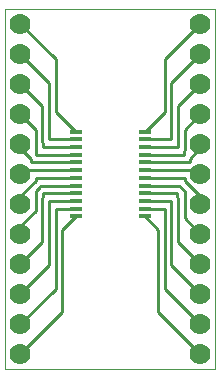
<source format=gtl>
G75*
G70*
%OFA0B0*%
%FSLAX24Y24*%
%IPPOS*%
%LPD*%
%AMOC8*
5,1,8,0,0,1.08239X$1,22.5*
%
%ADD10C,0.0000*%
%ADD11R,0.0390X0.0120*%
%ADD12C,0.0700*%
%ADD13C,0.0100*%
D10*
X000100Y000100D02*
X000100Y012100D01*
X007100Y012100D01*
X007100Y000100D01*
X000100Y000100D01*
D11*
X002451Y005193D03*
X002451Y005448D03*
X002451Y005704D03*
X002451Y005960D03*
X002451Y006216D03*
X002451Y006472D03*
X002451Y006728D03*
X002451Y006984D03*
X002451Y007240D03*
X002451Y007496D03*
X002451Y007752D03*
X002451Y008007D03*
X004749Y008007D03*
X004749Y007752D03*
X004749Y007496D03*
X004749Y007240D03*
X004749Y006984D03*
X004749Y006728D03*
X004749Y006472D03*
X004749Y006216D03*
X004749Y005960D03*
X004749Y005704D03*
X004749Y005448D03*
X004749Y005193D03*
D12*
X006600Y005600D03*
X006600Y004600D03*
X006600Y003600D03*
X006600Y002600D03*
X006600Y001600D03*
X006600Y000600D03*
X006600Y006600D03*
X006600Y007600D03*
X006600Y008600D03*
X006600Y009600D03*
X006600Y010600D03*
X006600Y011600D03*
X000600Y011600D03*
X000600Y010600D03*
X000600Y009600D03*
X000600Y008600D03*
X000600Y007600D03*
X000600Y006600D03*
X000600Y005600D03*
X000600Y004600D03*
X000600Y003600D03*
X000600Y002600D03*
X000600Y001600D03*
X000600Y000600D03*
D13*
X002000Y002000D01*
X002000Y004740D01*
X002450Y005190D01*
X002451Y005193D01*
X002450Y005440D02*
X002451Y005448D01*
X002450Y005440D02*
X001780Y005440D01*
X001780Y002780D01*
X000600Y001600D01*
X000600Y002600D02*
X001560Y003560D01*
X001560Y005700D01*
X002450Y005700D01*
X002451Y005704D01*
X002450Y005960D02*
X002451Y005960D01*
X002450Y005960D02*
X001370Y005960D01*
X001370Y005830D01*
X001340Y005800D01*
X001340Y004340D01*
X000600Y003600D01*
X000600Y004600D02*
X000600Y004850D01*
X001120Y005370D01*
X001120Y006030D01*
X001270Y006180D01*
X001270Y006210D01*
X002450Y006210D01*
X002451Y006216D01*
X002450Y006470D02*
X002451Y006472D01*
X002450Y006470D02*
X001120Y006470D01*
X001120Y006380D01*
X000600Y005860D01*
X000600Y005600D01*
X000600Y006600D02*
X000600Y006720D01*
X002450Y006720D01*
X002451Y006728D01*
X002451Y006984D02*
X002450Y006990D01*
X000950Y006990D01*
X000950Y007110D01*
X000600Y007460D01*
X000600Y007600D01*
X001120Y007560D02*
X001120Y008080D01*
X000600Y008600D01*
X001340Y008860D02*
X000600Y009600D01*
X001560Y009640D02*
X000600Y010600D01*
X000600Y011600D02*
X001780Y010420D01*
X001780Y008680D01*
X002450Y008010D01*
X002451Y008007D01*
X002450Y007760D02*
X002451Y007752D01*
X002450Y007760D02*
X001560Y007760D01*
X001560Y009640D01*
X001340Y008860D02*
X001340Y007660D01*
X001360Y007640D01*
X001360Y007500D01*
X002450Y007500D01*
X002451Y007496D01*
X002450Y007240D02*
X002451Y007240D01*
X002450Y007240D02*
X001140Y007240D01*
X001140Y007540D01*
X001120Y007560D01*
X004749Y007496D02*
X004750Y007500D01*
X005860Y007500D01*
X005860Y008860D01*
X006600Y009600D01*
X005640Y009640D02*
X006600Y010600D01*
X006600Y011600D02*
X005420Y010420D01*
X005420Y008680D01*
X004750Y008010D01*
X004749Y008007D01*
X004750Y007760D02*
X004749Y007752D01*
X004750Y007760D02*
X005640Y007760D01*
X005640Y009640D01*
X006600Y008600D02*
X006080Y008080D01*
X006080Y007400D01*
X006060Y007380D01*
X006060Y007240D01*
X004750Y007240D01*
X004749Y007240D01*
X004750Y006990D02*
X004749Y006984D01*
X004750Y006990D02*
X006250Y006990D01*
X006250Y007110D01*
X006600Y007460D01*
X006600Y007600D01*
X006600Y006720D02*
X006600Y006600D01*
X006600Y006720D02*
X004750Y006720D01*
X004749Y006728D01*
X004749Y006472D02*
X004750Y006470D01*
X006080Y006470D01*
X006080Y006380D01*
X006600Y005860D01*
X006600Y005600D01*
X006080Y006030D02*
X006080Y005120D01*
X006600Y004600D01*
X005860Y004340D02*
X006600Y003600D01*
X005640Y003560D02*
X006600Y002600D01*
X006600Y001600D02*
X005420Y002780D01*
X005420Y005440D01*
X004750Y005440D01*
X004749Y005448D01*
X004750Y005700D02*
X004749Y005704D01*
X004750Y005700D02*
X005640Y005700D01*
X005640Y003560D01*
X005860Y004340D02*
X005860Y005800D01*
X005830Y005830D01*
X005830Y005960D01*
X004750Y005960D01*
X004749Y005960D01*
X004750Y006210D02*
X004749Y006216D01*
X004750Y006210D02*
X005930Y006210D01*
X005930Y006180D01*
X006080Y006030D01*
X005200Y004740D02*
X005200Y002000D01*
X006600Y000600D01*
X005200Y004740D02*
X004750Y005190D01*
X004749Y005193D01*
M02*

</source>
